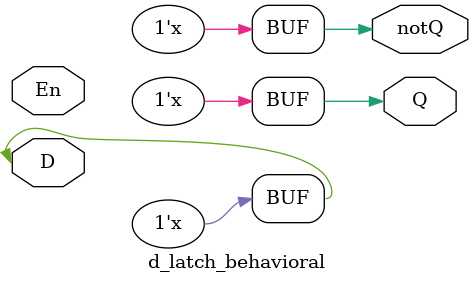
<source format=v>
`timescale 1ns / 1ps // specify 1ns for each delay unit
`default_nettype none

/* Verilog behavioral model of a D-latch */

// Note: the Zybo FPGA from lab will not work with this code!
//       This code describes asynchronous behavior! FPGA implements synchronous

module d_latch_behavioral(
    output reg Q, // Q is driven with a behavioral statement
    output wire notQ, // dataflow
    input wire D, En // wires can drive regs
);

    /* behavior of D-latch described */
    always@ (En or D)
        if (En) // if En ~= 1'b0
            Q = D; // transparent
        else
            D = Q; // pedantic
   
    assign notQ = ~Q; // registers can drive wires

endmodule
</source>
